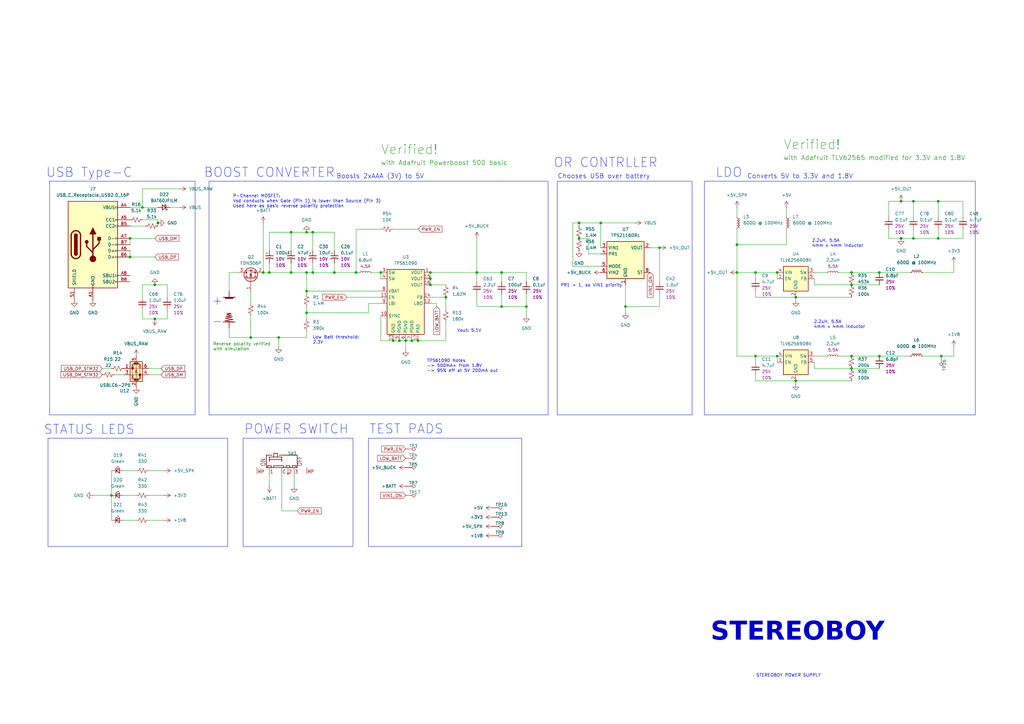
<source format=kicad_sch>
(kicad_sch (version 20250114) (generator "eeschema") (generator_version "9.0")
  (paper "A3")
  (rectangle (start 228.6 74.295) (end 283.845 170.18))
  (rectangle (start 20.32 74.295) (end 80.01 170.18))
  (rectangle (start 99.695 179.705) (end 144.78 224.155))
  (rectangle (start 151.13 179.705) (end 213.995 224.155))
  (rectangle (start 288.925 74.295) (end 400.05 170.18))
  (rectangle (start 85.725 74.295) (end 224.79 170.18))
  (rectangle (start 19.685 179.705) (end 93.345 224.155))
  (text "with Adafruit Powerboost 500 basic" (at 156.21 68.072 0) (effects (font (size 1.905 1.905)) (justify left bottom)))
  (text "Vout: 5.1V" (at 187.452 136.398 0) (effects (font (size 1.27 1.27)) (justify left bottom)))
  (text "2.2uH, 5.5A\n4mm x 4mm inductor" (at 332.994 101.6 0) (effects (font (size 1.27 1.27)) (justify left bottom)))
  (text "TEST PADS" (at 151.384 178.308 0) (effects (font (size 3.81 3.81)) (justify left bottom)))
  (text "LDO" (at 298.958 70.866 0) (effects (font (size 3.81 3.81))))
  (text "STATUS LEDS" (at 36.576 176.276 0) (effects (font (size 3.81 3.81))))
  (text "Low Batt threshold:\n2.3V" (at 128.27 141.224 0) (effects (font (size 1.27 1.27)) (justify left bottom)))
  (text "with Adafruit TLV62565 modified for 3.3V and 1.8V" (at 321.31 66.04 0) (effects (font (size 1.905 1.905)) (justify left bottom)))
  (text "STEREOBOY" (at 327.152 261.366 0) (effects (font (size 7.62 7.62) (italic yes))))
  (text "Converts 5V to 3.3V and 1.8V" (at 328.168 72.39 0) (effects (font (size 1.905 1.905))))
  (text "OR CONTRLLER" (at 248.412 66.802 0) (effects (font (size 3.81 3.81))))
  (text "PR1 = 1, so VIN1 priority" (at 229.87 117.856 0) (effects (font (size 1.27 1.27)) (justify left bottom)))
  (text "Chooses USB over battery" (at 247.65 72.39 0) (effects (font (size 1.905 1.905))))
  (text "POWER SWITCH" (at 100.076 178.308 0) (effects (font (size 3.81 3.81)) (justify left bottom)))
  (text "Reverse polarity verified\nwith simulation" (at 87.376 144.018 0) (effects (font (size 1.27 1.27)) (justify left bottom)))
  (text "Boosts 2xAAA (3V) to 5V" (at 155.956 72.39 0) (effects (font (size 1.905 1.905))))
  (text "2.2uH, 5.5A\n4mm x 4mm inductor" (at 333.756 134.874 0) (effects (font (size 1.27 1.27)) (justify left bottom)))
  (text "P-Channel MOSFET:\nVsd conducts when Gate (Pin 1) is lower than Source (Pin 3)\nUsed here as basic reverse polarity protection" (at 95.504 85.344 0) (effects (font (size 1.27 1.27)) (justify left bottom)))
  (text "USB Type-C" (at 36.576 70.866 0) (effects (font (size 3.81 3.81))))
  (text "-" (at 89.154 131.826 0) (effects (font (size 3.81 3.81))))
  (text "STEREOBOY POWER SUPPLY" (at 310.134 277.114 0) (effects (font (size 1.27 1.27)) (justify left)))
  (text "BOOST CONVERTER" (at 110.49 70.866 0) (effects (font (size 3.81 3.81))))
  (text "Verified!" (at 156.21 63.754 0) (effects (font (size 3.81 3.81)) (justify left bottom)))
  (text "+" (at 89.154 123.444 0) (effects (font (size 3.81 3.81))))
  (text "TPS61090 Notes\n-> 500mA+ from 1.8V\n-> 95% eff at 5V 200mA out" (at 175.006 152.908 0) (effects (font (size 1.27 1.27)) (justify left bottom)))
  (text "Verified!" (at 321.31 61.722 0) (effects (font (size 3.81 3.81)) (justify left bottom)))
  (junction (at 125.73 119.38))
  (junction (at 63.5 116.84))
  (junction (at 318.77 146.05))
  (junction (at 168.91 139.7))
  (junction (at 128.27 111.76))
  (junction (at 176.53 114.3))
  (junction (at 64.77 91.44))
  (junction (at 246.38 91.44))
  (junction (at 369.57 82.55))
  (junction (at 384.81 82.55))
  (junction (at 119.38 111.76))
  (junction (at 107.95 111.76))
  (junction (at 360.68 146.05))
  (junction (at 374.65 97.79))
  (junction (at 374.65 82.55))
  (junction (at 161.29 139.7))
  (junction (at 125.73 111.76))
  (junction (at 156.21 111.76))
  (junction (at 237.49 97.79))
  (junction (at 302.26 100.33))
  (junction (at 114.3 138.43))
  (junction (at 384.81 97.79))
  (junction (at 119.38 95.25))
  (junction (at 137.16 111.76))
  (junction (at 386.08 146.05))
  (junction (at 176.53 111.76))
  (junction (at 256.54 125.73))
  (junction (at 146.05 111.76))
  (junction (at 318.77 111.76))
  (junction (at 195.58 111.76))
  (junction (at 171.45 139.7))
  (junction (at 205.74 125.73))
  (junction (at 349.25 111.76))
  (junction (at 360.68 111.76))
  (junction (at 270.51 101.6))
  (junction (at 53.34 97.79))
  (junction (at 110.49 111.76))
  (junction (at 309.88 111.76))
  (junction (at 182.88 121.92))
  (junction (at 326.39 121.92))
  (junction (at 63.5 130.81))
  (junction (at 326.39 156.21))
  (junction (at 125.73 128.27))
  (junction (at 215.9 125.73))
  (junction (at 205.74 111.76))
  (junction (at 128.27 95.25))
  (junction (at 58.42 85.09))
  (junction (at 176.53 116.84))
  (junction (at 349.25 146.05))
  (junction (at 349.25 151.13))
  (junction (at 309.88 146.05))
  (junction (at 166.37 139.7))
  (junction (at 45.72 203.2))
  (junction (at 163.83 139.7))
  (junction (at 125.73 95.25))
  (junction (at 102.87 138.43))
  (junction (at 237.49 91.44))
  (junction (at 349.25 116.84))
  (junction (at 302.26 111.76))
  (junction (at 53.34 105.41))
  (junction (at 369.57 97.79))
  (wire (pts (xy 119.38 95.25) (xy 125.73 95.25)))
  (wire (pts (xy 142.24 121.92) (xy 156.21 121.92)))
  (wire (pts (xy 119.38 107.95) (xy 119.38 111.76)))
  (wire (pts (xy 68.58 130.81) (xy 68.58 127)))
  (wire (pts (xy 152.4 111.76) (xy 156.21 111.76)))
  (wire (pts (xy 125.73 119.38) (xy 156.21 119.38)))
  (wire (pts (xy 246.38 104.14) (xy 241.3 104.14)))
  (wire (pts (xy 58.42 90.17) (xy 64.77 90.17)))
  (wire (pts (xy 73.66 77.47) (xy 58.42 77.47)))
  (wire (pts (xy 45.72 193.04) (xy 45.72 203.2)))
  (wire (pts (xy 66.04 151.13) (xy 60.96 151.13)))
  (wire (pts (xy 163.83 139.7) (xy 166.37 139.7)))
  (wire (pts (xy 391.16 142.24) (xy 391.16 146.05)))
  (wire (pts (xy 58.42 116.84) (xy 63.5 116.84)))
  (wire (pts (xy 322.58 100.33) (xy 302.26 100.33)))
  (wire (pts (xy 128.27 107.95) (xy 128.27 111.76)))
  (wire (pts (xy 302.26 93.98) (xy 302.26 100.33)))
  (wire (pts (xy 73.66 85.09) (xy 69.85 85.09)))
  (wire (pts (xy 58.42 85.09) (xy 53.34 85.09)))
  (wire (pts (xy 386.08 146.05) (xy 378.46 146.05)))
  (wire (pts (xy 302.26 111.76) (xy 302.26 146.05)))
  (wire (pts (xy 66.04 153.67) (xy 60.96 153.67)))
  (wire (pts (xy 334.01 114.3) (xy 334.01 116.84)))
  (wire (pts (xy 394.97 82.55) (xy 384.81 82.55)))
  (wire (pts (xy 176.53 111.76) (xy 176.53 114.3)))
  (wire (pts (xy 137.16 95.25) (xy 137.16 102.87)))
  (wire (pts (xy 156.21 111.76) (xy 156.21 114.3)))
  (wire (pts (xy 58.42 127) (xy 58.42 130.81)))
  (wire (pts (xy 55.88 213.36) (xy 50.8 213.36)))
  (wire (pts (xy 374.65 82.55) (xy 369.57 82.55)))
  (wire (pts (xy 166.37 139.7) (xy 168.91 139.7)))
  (wire (pts (xy 63.5 130.81) (xy 68.58 130.81)))
  (wire (pts (xy 394.97 88.9) (xy 394.97 82.55)))
  (wire (pts (xy 146.05 93.98) (xy 146.05 111.76)))
  (wire (pts (xy 205.74 111.76) (xy 215.9 111.76)))
  (wire (pts (xy 63.5 105.41) (xy 53.34 105.41)))
  (wire (pts (xy 384.81 82.55) (xy 374.65 82.55)))
  (wire (pts (xy 93.98 111.76) (xy 97.79 111.76)))
  (wire (pts (xy 67.31 193.04) (xy 60.96 193.04)))
  (wire (pts (xy 237.49 91.44) (xy 246.38 91.44)))
  (wire (pts (xy 364.49 82.55) (xy 364.49 88.9)))
  (wire (pts (xy 394.97 97.79) (xy 384.81 97.79)))
  (wire (pts (xy 125.73 120.65) (xy 125.73 119.38)))
  (wire (pts (xy 246.38 91.44) (xy 260.35 91.44)))
  (wire (pts (xy 128.27 111.76) (xy 137.16 111.76)))
  (wire (pts (xy 384.81 93.98) (xy 384.81 97.79)))
  (wire (pts (xy 182.88 139.7) (xy 171.45 139.7)))
  (wire (pts (xy 334.01 148.59) (xy 334.01 151.13)))
  (wire (pts (xy 151.13 124.46) (xy 151.13 128.27)))
  (wire (pts (xy 119.38 111.76) (xy 125.73 111.76)))
  (wire (pts (xy 166.37 143.51) (xy 166.37 139.7)))
  (wire (pts (xy 270.51 101.6) (xy 266.7 101.6)))
  (wire (pts (xy 168.91 139.7) (xy 171.45 139.7)))
  (wire (pts (xy 58.42 77.47) (xy 58.42 85.09)))
  (wire (pts (xy 156.21 124.46) (xy 151.13 124.46)))
  (wire (pts (xy 64.77 91.44) (xy 64.77 92.71)))
  (wire (pts (xy 326.39 157.48) (xy 326.39 156.21)))
  (wire (pts (xy 215.9 115.57) (xy 215.9 111.76)))
  (wire (pts (xy 234.95 91.44) (xy 234.95 109.22)))
  (wire (pts (xy 270.51 125.73) (xy 256.54 125.73)))
  (wire (pts (xy 344.17 146.05) (xy 349.25 146.05)))
  (wire (pts (xy 302.26 111.76) (xy 309.88 111.76)))
  (wire (pts (xy 195.58 120.65) (xy 195.58 125.73)))
  (wire (pts (xy 151.13 128.27) (xy 125.73 128.27)))
  (wire (pts (xy 182.88 121.92) (xy 182.88 127)))
  (wire (pts (xy 349.25 151.13) (xy 360.68 151.13)))
  (wire (pts (xy 309.88 121.92) (xy 326.39 121.92)))
  (wire (pts (xy 374.65 97.79) (xy 374.65 93.98)))
  (wire (pts (xy 114.3 138.43) (xy 114.3 142.24)))
  (wire (pts (xy 364.49 93.98) (xy 364.49 97.79)))
  (wire (pts (xy 156.21 139.7) (xy 161.29 139.7)))
  (wire (pts (xy 107.95 111.76) (xy 110.49 111.76)))
  (wire (pts (xy 334.01 116.84) (xy 349.25 116.84)))
  (wire (pts (xy 119.38 95.25) (xy 119.38 102.87)))
  (wire (pts (xy 369.57 97.79) (xy 374.65 97.79)))
  (wire (pts (xy 374.65 88.9) (xy 374.65 82.55)))
  (wire (pts (xy 309.88 121.92) (xy 309.88 119.38)))
  (wire (pts (xy 179.07 125.73) (xy 179.07 124.46)))
  (wire (pts (xy 120.65 199.39) (xy 120.65 194.31)))
  (wire (pts (xy 53.34 102.87) (xy 53.34 105.41)))
  (wire (pts (xy 128.27 111.76) (xy 125.73 111.76)))
  (wire (pts (xy 63.5 97.79) (xy 53.34 97.79)))
  (wire (pts (xy 146.05 111.76) (xy 147.32 111.76)))
  (wire (pts (xy 67.31 213.36) (xy 60.96 213.36)))
  (wire (pts (xy 318.77 146.05) (xy 318.77 148.59)))
  (wire (pts (xy 67.31 203.2) (xy 60.96 203.2)))
  (wire (pts (xy 256.54 116.84) (xy 256.54 125.73)))
  (wire (pts (xy 334.01 146.05) (xy 339.09 146.05)))
  (wire (pts (xy 179.07 124.46) (xy 176.53 124.46)))
  (wire (pts (xy 110.49 95.25) (xy 119.38 95.25)))
  (wire (pts (xy 114.3 138.43) (xy 125.73 138.43)))
  (wire (pts (xy 369.57 82.55) (xy 364.49 82.55)))
  (wire (pts (xy 234.95 91.44) (xy 237.49 91.44)))
  (wire (pts (xy 302.26 85.09) (xy 302.26 88.9)))
  (wire (pts (xy 349.25 116.84) (xy 360.68 116.84)))
  (wire (pts (xy 322.58 93.98) (xy 322.58 100.33)))
  (wire (pts (xy 302.26 100.33) (xy 302.26 111.76)))
  (wire (pts (xy 195.58 111.76) (xy 195.58 115.57)))
  (wire (pts (xy 53.34 92.71) (xy 59.69 92.71)))
  (wire (pts (xy 270.51 120.65) (xy 270.51 125.73)))
  (wire (pts (xy 68.58 116.84) (xy 68.58 121.92)))
  (wire (pts (xy 246.38 109.22) (xy 234.95 109.22)))
  (wire (pts (xy 309.88 111.76) (xy 318.77 111.76)))
  (wire (pts (xy 121.92 209.55) (xy 115.57 209.55)))
  (wire (pts (xy 102.87 138.43) (xy 114.3 138.43)))
  (wire (pts (xy 309.88 148.59) (xy 309.88 146.05)))
  (wire (pts (xy 176.53 114.3) (xy 176.53 116.84)))
  (wire (pts (xy 394.97 93.98) (xy 394.97 97.79)))
  (wire (pts (xy 349.25 156.21) (xy 326.39 156.21)))
  (wire (pts (xy 128.27 95.25) (xy 137.16 95.25)))
  (wire (pts (xy 102.87 129.54) (xy 102.87 138.43)))
  (wire (pts (xy 128.27 95.25) (xy 125.73 95.25)))
  (wire (pts (xy 246.38 91.44) (xy 246.38 101.6)))
  (wire (pts (xy 237.49 91.44) (xy 237.49 92.71)))
  (wire (pts (xy 364.49 97.79) (xy 369.57 97.79)))
  (wire (pts (xy 309.88 156.21) (xy 326.39 156.21)))
  (wire (pts (xy 334.01 151.13) (xy 349.25 151.13)))
  (wire (pts (xy 176.53 111.76) (xy 195.58 111.76)))
  (wire (pts (xy 58.42 85.09) (xy 64.77 85.09)))
  (wire (pts (xy 241.3 104.14) (xy 241.3 97.79)))
  (wire (pts (xy 128.27 95.25) (xy 128.27 102.87)))
  (wire (pts (xy 309.88 114.3) (xy 309.88 111.76)))
  (wire (pts (xy 360.68 111.76) (xy 373.38 111.76)))
  (wire (pts (xy 318.77 111.76) (xy 318.77 114.3)))
  (wire (pts (xy 176.53 116.84) (xy 182.88 116.84)))
  (wire (pts (xy 156.21 93.98) (xy 146.05 93.98)))
  (wire (pts (xy 241.3 97.79) (xy 237.49 97.79)))
  (wire (pts (xy 302.26 146.05) (xy 309.88 146.05)))
  (wire (pts (xy 156.21 129.54) (xy 156.21 139.7)))
  (wire (pts (xy 176.53 121.92) (xy 182.88 121.92)))
  (wire (pts (xy 125.73 138.43) (xy 125.73 135.89)))
  (wire (pts (xy 349.25 111.76) (xy 360.68 111.76)))
  (wire (pts (xy 125.73 128.27) (xy 125.73 130.81)))
  (wire (pts (xy 195.58 97.79) (xy 195.58 111.76)))
  (wire (pts (xy 58.42 121.92) (xy 58.42 116.84)))
  (wire (pts (xy 384.81 88.9) (xy 384.81 82.55)))
  (wire (pts (xy 205.74 125.73) (xy 215.9 125.73)))
  (wire (pts (xy 391.16 107.95) (xy 391.16 111.76)))
  (wire (pts (xy 182.88 132.08) (xy 182.88 139.7)))
  (wire (pts (xy 384.81 97.79) (xy 374.65 97.79)))
  (wire (pts (xy 50.8 153.67) (xy 46.99 153.67)))
  (wire (pts (xy 110.49 102.87) (xy 110.49 95.25)))
  (wire (pts (xy 161.29 139.7) (xy 163.83 139.7)))
  (wire (pts (xy 45.72 151.13) (xy 41.91 151.13)))
  (wire (pts (xy 115.57 209.55) (xy 115.57 194.31)))
  (wire (pts (xy 107.95 91.44) (xy 107.95 111.76)))
  (wire (pts (xy 102.87 124.46) (xy 102.87 119.38)))
  (wire (pts (xy 93.98 138.43) (xy 93.98 134.62)))
  (wire (pts (xy 55.88 203.2) (xy 50.8 203.2)))
  (wire (pts (xy 270.51 101.6) (xy 270.51 115.57)))
  (wire (pts (xy 63.5 116.84) (xy 68.58 116.84)))
  (wire (pts (xy 309.88 156.21) (xy 309.88 153.67)))
  (wire (pts (xy 195.58 111.76) (xy 205.74 111.76)))
  (wire (pts (xy 344.17 111.76) (xy 349.25 111.76)))
  (wire (pts (xy 110.49 199.39) (xy 110.49 194.31)))
  (wire (pts (xy 125.73 128.27) (xy 125.73 125.73)))
  (wire (pts (xy 93.98 119.38) (xy 93.98 111.76)))
  (wire (pts (xy 53.34 97.79) (xy 53.34 100.33)))
  (wire (pts (xy 64.77 90.17) (xy 64.77 91.44)))
  (wire (pts (xy 391.16 146.05) (xy 386.08 146.05)))
  (wire (pts (xy 45.72 203.2) (xy 45.72 213.36)))
  (wire (pts (xy 205.74 115.57) (xy 205.74 111.76)))
  (wire (pts (xy 110.49 107.95) (xy 110.49 111.76)))
  (wire (pts (xy 391.16 111.76) (xy 378.46 111.76)))
  (wire (pts (xy 334.01 111.76) (xy 339.09 111.76)))
  (wire (pts (xy 38.1 203.2) (xy 45.72 203.2)))
  (wire (pts (xy 93.98 138.43) (xy 102.87 138.43)))
  (wire (pts (xy 322.58 85.09) (xy 322.58 88.9)))
  (wire (pts (xy 137.16 111.76) (xy 146.05 111.76)))
  (wire (pts (xy 205.74 125.73) (xy 205.74 120.65)))
  (wire (pts (xy 161.29 93.98) (xy 171.45 93.98)))
  (wire (pts (xy 137.16 107.95) (xy 137.16 111.76)))
  (wire (pts (xy 215.9 129.54) (xy 215.9 125.73)))
  (wire (pts (xy 360.68 146.05) (xy 373.38 146.05)))
  (wire (pts (xy 326.39 123.19) (xy 326.39 121.92)))
  (wire (pts (xy 256.54 128.27) (xy 256.54 125.73)))
  (wire (pts (xy 309.88 146.05) (xy 318.77 146.05)))
  (wire (pts (xy 195.58 125.73) (xy 205.74 125.73)))
  (wire (pts (xy 58.42 130.81) (xy 63.5 130.81)))
  (wire (pts (xy 110.49 111.76) (xy 119.38 111.76)))
  (wire (pts (xy 55.88 193.04) (xy 50.8 193.04)))
  (wire (pts (xy 349.25 146.05) (xy 360.68 146.05)))
  (wire (pts (xy 349.25 121.92) (xy 326.39 121.92)))
  (wire (pts (xy 215.9 120.65) (xy 215.9 125.73)))
  (wire (pts (xy 125.73 111.76) (xy 125.73 119.38)))
  (global_label "LOW_BATT" (shape input) (at 166.37 187.96 180) (property "Intersheetrefs" "${INTERSHEET_REFS}" (effects (hide yes))))
  (global_label "USB_DP" (shape input) (at 63.5 105.41 0) (property "Intersheetrefs" "${INTERSHEET_REFS}" (effects (hide yes))))
  (global_label "USB_DP_STM32" (shape input) (at 41.91 151.13 180) (property "Intersheetrefs" "${INTERSHEET_REFS}" (effects (hide yes))))
  (global_label "USB_DM" (shape input) (at 66.04 153.67 0) (property "Intersheetrefs" "${INTERSHEET_REFS}" (effects (hide yes))))
  (global_label "USB_DM" (shape input) (at 63.5 97.79 0) (property "Intersheetrefs" "${INTERSHEET_REFS}" (effects (hide yes))))
  (global_label "USB_DP" (shape input) (at 66.04 151.13 0) (property "Intersheetrefs" "${INTERSHEET_REFS}" (effects (hide yes))))
  (global_label "PWR_EN" (shape input) (at 171.45 93.98 0) (property "Intersheetrefs" "${INTERSHEET_REFS}" (effects (hide yes))))
  (global_label "VIN1_ON" (shape input) (at 266.7 111.76 270) (property "Intersheetrefs" "${INTERSHEET_REFS}" (effects (hide yes))))
  (global_label "PWR_EN" (shape input) (at 166.37 184.15 180) (property "Intersheetrefs" "${INTERSHEET_REFS}" (effects (hide yes))))
  (global_label "LOW_BATT" (shape input) (at 179.07 125.73 270) (property "Intersheetrefs" "${INTERSHEET_REFS}" (effects (hide yes))))
  (global_label "PWR_EN" (shape input) (at 142.24 121.92 180) (property "Intersheetrefs" "${INTERSHEET_REFS}" (effects (hide yes))))
  (global_label "USB_DM_STM32" (shape input) (at 41.91 153.67 180) (property "Intersheetrefs" "${INTERSHEET_REFS}" (effects (hide yes))))
  (global_label "VIN1_ON" (shape input) (at 166.37 203.2 180) (property "Intersheetrefs" "${INTERSHEET_REFS}" (effects (hide yes))))
  (global_label "PWR_EN" (shape input) (at 121.92 209.55 0) (property "Intersheetrefs" "${INTERSHEET_REFS}" (effects (hide yes))))
  (symbol (lib_id "power:+5V") (at 302.26 85.09 0) (unit 1)
    (property "Reference" "#PWR0113" (effects (hide yes)))
    (property "Value" "+5V_SPK" (at 302.26 80.01 0))
    (property "Description" "Power symbol creates a global label with name \"+5V\"" (effects (hide yes)))
  )
  (symbol (lib_id "power:GND") (at 237.49 102.87 0) (unit 1)
    (property "Reference" "#PWR0135" (effects (hide yes)))
    (property "Value" "GND" (at 237.49 107.95 0))
    (property "Description" "Power symbol creates a global label with name \"GND\" , ground" (effects (hide yes)))
  )
  (symbol (lib_name "1.0uF_0805_25V_10%_1") (lib_id "SparkFun-Capacitor:1.0uF_0805_25V_10%") (at 215.9 118.11 0) (unit 1)
    (property "Reference" "C8" (at 218.44 114.3062 0) (effects (justify left)))
    (property "Value" "0.1uF" (at 218.44 116.8462 0) (effects (justify left)))
    (property "Footprint" "SparkFun-Capacitor:C_1206_3216Metric" (effects (hide yes)))
    (property "Datasheet" "https://cdn.sparkfun.com/assets/8/a/4/a/5/Kemet_Capacitor_Datasheet.pdf" (effects (hide yes)))
    (property "Description" "Unpolarized capacitor" (effects (hide yes)))
    (property "PROD_ID" "CAP-08064" (effects (hide yes)))
    (property "Voltage" "25V" (at 218.44 119.3862 0) (effects (justify left)))
    (property "Tolerance" "10%" (at 218.44 121.9262 0) (effects (justify left)))
  )
  (symbol (lib_id "power:+BATT") (at 166.37 199.39 90) (unit 1)
    (property "Reference" "#PWR0126" (effects (hide yes)))
    (property "Value" "+BATT" (at 162.56 199.39 90) (effects (justify left)))
    (property "Description" "Power symbol creates a global label with name \"+BATT\"" (effects (hide yes)))
  )
  (symbol (lib_id "SparkFun-Resistor:1k_0603") (at 182.88 119.38 270) (unit 1)
    (property "Reference" "R4" (at 185.42 118.1099 90) (effects (justify left)))
    (property "Value" "1.62M" (at 185.42 120.6499 90) (effects (justify left)))
    (property "Footprint" "Resistor_SMD:R_0402_1005Metric" (effects (hide yes)))
    (property "Datasheet" "https://www.vishay.com/docs/20035/dcrcwe3.pdf" (effects (hide yes)))
    (property "Description" "Resistor" (effects (hide yes)))
    (property "PROD_ID" "RES-07856" (effects (hide yes)))
  )
  (symbol (lib_id "power:VBUS") (at 55.88 146.05 0) (unit 1)
    (property "Reference" "#PWR0108" (effects (hide yes)))
    (property "Value" "VBUS_RAW" (at 55.88 140.97 0))
    (property "Description" "Power symbol creates a global label with name \"VBUS\"" (effects (hide yes)))
  )
  (symbol (lib_id "SparkFun-Resistor:1k_0603") (at 102.87 127 90) (unit 1)
    (property "Reference" "R44" (at 105.41 125.73 90) (effects (justify right)))
    (property "Value" "100k" (at 105.41 128.27 90) (effects (justify right)))
    (property "Footprint" "SparkFun-Resistor:R_0805_2012Metric" (effects (hide yes)))
    (property "Datasheet" "https://www.vishay.com/docs/20035/dcrcwe3.pdf" (effects (hide yes)))
    (property "Description" "Resistor" (effects (hide yes)))
    (property "PROD_ID" "RES-07856" (effects (hide yes)))
  )
  (symbol (lib_id "Power_Protection:USBLC6-2P6") (at 55.88 151.13 0) (unit 1)
    (property "Reference" "U12" (at 51.054 160.274 0))
    (property "Value" "USBLC6-2P6" (at 47.244 157.988 0))
    (property "Footprint" "Package_TO_SOT_SMD:SOT-666" (effects (hide yes)))
    (property "Datasheet" "https://www.st.com/resource/en/datasheet/usblc6-2.pdf" (effects (hide yes)))
    (property "Description" "Very low capacitance ESD protection diode, 2 data-line, SOT-666" (effects (hide yes)))
  )
  (symbol (lib_id "power:+5V") (at 369.57 82.55 0) (unit 1)
    (property "Reference" "#PWR077" (effects (hide yes)))
    (property "Value" "+5V_OUT" (at 369.57 77.47 0))
    (property "Description" "Power symbol creates a global label with name \"+5V\"" (effects (hide yes)))
  )
  (symbol (lib_id "power:+5V") (at 201.93 208.28 90) (unit 1)
    (property "Reference" "#PWR0144" (effects (hide yes)))
    (property "Value" "+5V" (at 198.12 208.28 90) (effects (justify left)))
    (property "Description" "Power symbol creates a global label with name \"+5V\"" (effects (hide yes)))
  )
  (symbol (lib_id "power:GND") (at 30.48 123.19 0) (unit 1)
    (property "Reference" "#PWR060" (effects (hide yes)))
    (property "Value" "GND" (at 30.48 128.27 0))
    (property "Description" "Power symbol creates a global label with name \"GND\" , ground" (effects (hide yes)))
  )
  (symbol (lib_id "power:+5V") (at 195.58 97.79 0) (unit 1)
    (property "Reference" "#PWR010" (effects (hide yes)))
    (property "Value" "+5V_BUCK" (at 195.58 92.71 0))
    (property "Description" "Power symbol creates a global label with name \"+5V\"" (effects (hide yes)))
  )
  (symbol (lib_id "SparkFun-Resistor:1k_0603") (at 349.25 114.3 270) (unit 1)
    (property "Reference" "R35" (at 351.79 113.0299 90) (effects (justify left)))
    (property "Value" "453k" (at 351.79 115.5699 90) (effects (justify left)))
    (property "Footprint" "SparkFun-Resistor:R_0603_1608Metric" (effects (hide yes)))
    (property "Datasheet" "https://www.vishay.com/docs/20035/dcrcwe3.pdf" (effects (hide yes)))
    (property "Description" "Resistor" (effects (hide yes)))
    (property "PROD_ID" "RES-07856" (effects (hide yes)))
  )
  (symbol (lib_id "power:+5V") (at 246.38 111.76 90) (unit 1)
    (property "Reference" "#PWR01" (effects (hide yes)))
    (property "Value" "+5V_BUCK" (at 242.57 111.76 90) (effects (justify left)))
    (property "Description" "Power symbol creates a global label with name \"+5V\"" (effects (hide yes)))
  )
  (symbol (lib_id "power:GND") (at 38.1 123.19 0) (unit 1)
    (property "Reference" "#PWR035" (effects (hide yes)))
    (property "Value" "GND" (at 38.1 128.27 0))
    (property "Description" "Power symbol creates a global label with name \"GND\" , ground" (effects (hide yes)))
  )
  (symbol (lib_id "power:+5V") (at 67.31 193.04 270) (unit 1)
    (property "Reference" "#PWR0136" (effects (hide yes)))
    (property "Value" "+5V_SPK" (at 71.12 193.04 90) (effects (justify left)))
    (property "Description" "Power symbol creates a global label with name \"+5V\"" (effects (hide yes)))
  )
  (symbol (lib_id "SparkFun-Resistor:33_0603") (at 58.42 193.04 0) (unit 1)
    (property "Reference" "R41" (at 58.42 186.69 0))
    (property "Value" "330" (at 58.42 189.23 0))
    (property "Footprint" "SparkFun-Resistor:R_0402_1005Metric" (effects (hide yes)))
    (property "Datasheet" "https://www.vishay.com/docs/20035/dcrcwe3.pdf" (effects (hide yes)))
    (property "Description" "Resistor" (effects (hide yes)))
    (property "PROD_ID" "RES-08270" (effects (hide yes)))
  )
  (symbol (lib_id "SparkFun-Capacitor:47uF_3528_10V_10%") (at 110.49 105.41 0) (unit 1)
    (property "Reference" "C1" (at 113.03 101.1681 0) (effects (justify left)))
    (property "Value" "100uF" (at 113.03 103.7081 0) (effects (justify left)))
    (property "Footprint" "Capacitor_Tantalum_SMD:CP_EIA-7343-15_Kemet-W_HandSolder" (effects (hide yes)))
    (property "Datasheet" "https://www.vishay.com/docs/40002/293d.pdf" (effects (hide yes)))
    (property "Description" "Polarized tantalum capacitor" (effects (hide yes)))
    (property "PROD_ID" "CAP-08310" (effects (hide yes)))
    (property "Voltage" "10V" (at 113.03 106.2481 0) (effects (justify left)))
    (property "Tolerance" "10%" (at 113.03 108.7881 0) (effects (justify left)))
  )
  (symbol (lib_id "power:GND") (at 114.3 142.24 0) (unit 1)
    (property "Reference" "#PWR06" (effects (hide yes)))
    (property "Value" "GND" (at 114.3 147.32 0))
    (property "Description" "Power symbol creates a global label with name \"GND\" , ground" (effects (hide yes)))
  )
  (symbol (lib_id "Regulator_Switching:TLV62569DBV") (at 326.39 114.3 0) (unit 1)
    (property "Reference" "U4" (at 326.39 104.14 0))
    (property "Value" "TLV62569DBV" (at 326.39 106.68 0))
    (property "Footprint" "Package_TO_SOT_SMD:SOT-23-5" (effects (hide yes)))
    (property "Datasheet" "http://www.ti.com/lit/ds/symlink/tlv62569.pdf" (effects (hide yes)))
    (property "Description" "High Efficiency Synchronous Buck Converter, Adjustable Output 0.6V-5.5V, 2A, SOT-23-5" (effects (hide yes)))
  )
  (symbol (lib_id "SparkFun-Coil:Ferrite_600Ohm_0805_500mA") (at 322.58 91.44 270) (unit 1)
    (property "Reference" "L7" (at 325.12 88.9 90) (effects (justify left)))
    (property "Value" "600Ω @ 100MHz" (at 325.12 91.44 90) (effects (justify left)))
    (property "Footprint" "Inductor_SMD:L_0603_1608Metric" (effects (hide yes)))
    (property "Datasheet" "https://www.laird.com/sites/default/files/hz0805e601r-10-datasheet.pdf" (effects (hide yes)))
    (property "Description" "Inductor" (effects (hide yes)))
    (property "PROD_ID" "NDUC-25563" (effects (hide yes)))
  )
  (symbol (lib_name "1.0uF_0805_25V_10%_1") (lib_id "SparkFun-Capacitor:1.0uF_0805_25V_10%") (at 364.49 91.44 0) (unit 1)
    (property "Reference" "C77" (at 367.03 87.6362 0) (effects (justify left)))
    (property "Value" "0.1uF" (at 367.03 90.1762 0) (effects (justify left)))
    (property "Footprint" "SparkFun-Capacitor:C_1206_3216Metric" (effects (hide yes)))
    (property "Datasheet" "https://cdn.sparkfun.com/assets/8/a/4/a/5/Kemet_Capacitor_Datasheet.pdf" (effects (hide yes)))
    (property "Description" "Unpolarized capacitor" (effects (hide yes)))
    (property "PROD_ID" "CAP-08064" (effects (hide yes)))
    (property "Voltage" "25V" (at 367.03 92.7162 0) (effects (justify left)))
    (property "Tolerance" "10%" (at 367.03 95.2562 0) (effects (justify left)))
  )
  (symbol (lib_name "1.0uF_0805_25V_10%_1") (lib_id "SparkFun-Capacitor:1.0uF_0805_25V_10%") (at 374.65 91.44 0) (unit 1)
    (property "Reference" "C78" (at 377.19 87.6362 0) (effects (justify left)))
    (property "Value" "0.1uF" (at 377.19 90.1762 0) (effects (justify left)))
    (property "Footprint" "SparkFun-Capacitor:C_1206_3216Metric" (effects (hide yes)))
    (property "Datasheet" "https://cdn.sparkfun.com/assets/8/a/4/a/5/Kemet_Capacitor_Datasheet.pdf" (effects (hide yes)))
    (property "Description" "Unpolarized capacitor" (effects (hide yes)))
    (property "PROD_ID" "CAP-08064" (effects (hide yes)))
    (property "Voltage" "25V" (at 377.19 92.7162 0) (effects (justify left)))
    (property "Tolerance" "10%" (at 377.19 95.2562 0) (effects (justify left)))
  )
  (symbol (lib_id "SparkFun-Resistor:33_0603") (at 58.42 203.2 0) (unit 1)
    (property "Reference" "R42" (at 58.42 196.85 0))
    (property "Value" "330" (at 58.42 199.39 0))
    (property "Footprint" "SparkFun-Resistor:R_0402_1005Metric" (effects (hide yes)))
    (property "Datasheet" "https://www.vishay.com/docs/20035/dcrcwe3.pdf" (effects (hide yes)))
    (property "Description" "Resistor" (effects (hide yes)))
    (property "PROD_ID" "RES-08270" (effects (hide yes)))
  )
  (symbol (lib_id "power:+1V8") (at 391.16 142.24 0) (unit 1)
    (property "Reference" "#PWR027" (effects (hide yes)))
    (property "Value" "+1V8" (at 391.16 137.16 0))
    (property "Description" "Power symbol creates a global label with name \"+1V8\"" (effects (hide yes)))
  )
  (symbol (lib_id "Connector:TestPoint_Alt") (at 201.93 215.9 270) (unit 1)
    (property "Reference" "TP8" (at 203.2 214.63 90) (effects (justify left)))
    (property "Value" "TestPoint_Alt" (effects (hide yes)))
    (property "Footprint" "TestPoint:TestPoint_Pad_1.5x1.5mm" (effects (hide yes)))
    (property "Description" "test point (alternative shape)" (effects (hide yes)))
  )
  (symbol (lib_id "SparkFun-Resistor:1k_0603") (at 237.49 100.33 270) (unit 1)
    (property "Reference" "R56" (at 240.03 99.0599 90) (effects (justify left)))
    (property "Value" "1.4M" (at 240.03 101.5999 90) (effects (justify left)))
    (property "Footprint" "SparkFun-Resistor:R_0402_1005Metric" (effects (hide yes)))
    (property "Datasheet" "https://www.vishay.com/docs/20035/dcrcwe3.pdf" (effects (hide yes)))
    (property "Description" "Resistor" (effects (hide yes)))
    (property "PROD_ID" "RES-07856" (effects (hide yes)))
  )
  (symbol (lib_name "1.0uF_0805_25V_10%_1") (lib_id "SparkFun-Capacitor:1.0uF_0805_25V_10%") (at 384.81 91.44 0) (unit 1)
    (property "Reference" "C80" (at 387.35 87.6362 0) (effects (justify left)))
    (property "Value" "0.1uF" (at 387.35 90.1762 0) (effects (justify left)))
    (property "Footprint" "SparkFun-Capacitor:C_1206_3216Metric" (effects (hide yes)))
    (property "Datasheet" "https://cdn.sparkfun.com/assets/8/a/4/a/5/Kemet_Capacitor_Datasheet.pdf" (effects (hide yes)))
    (property "Description" "Unpolarized capacitor" (effects (hide yes)))
    (property "PROD_ID" "CAP-08064" (effects (hide yes)))
    (property "Voltage" "25V" (at 387.35 92.7162 0) (effects (justify left)))
    (property "Tolerance" "10%" (at 387.35 95.2562 0) (effects (justify left)))
  )
  (symbol (lib_id "power:+5V") (at 201.93 219.71 90) (unit 1)
    (property "Reference" "#PWR0104" (effects (hide yes)))
    (property "Value" "+1V8" (at 198.12 219.71 90) (effects (justify left)))
    (property "Description" "Power symbol creates a global label with name \"+5V\"" (effects (hide yes)))
  )
  (symbol (lib_id "power:+5V") (at 166.37 191.77 90) (unit 1)
    (property "Reference" "#PWR0125" (effects (hide yes)))
    (property "Value" "+5V_BUCK" (at 162.56 191.77 90) (effects (justify left)))
    (property "Description" "Power symbol creates a global label with name \"+5V\"" (effects (hide yes)))
  )
  (symbol (lib_id "power:VBUS") (at 63.5 130.81 180) (unit 1)
    (property "Reference" "#PWR098" (effects (hide yes)))
    (property "Value" "VBUS_RAW" (at 63.5 135.89 0))
    (property "Description" "Power symbol creates a global label with name \"VBUS\"" (effects (hide yes)))
  )
  (symbol (lib_id "MGBC-MBL-01_2_1-eagle-import:MGB+BATTERY4") (at 93.98 121.92 270) (unit 1)
    (property "Reference" "+0" (effects (hide yes)))
    (property "Value" "MGB+BATTERY4" (effects (hide yes)))
    (property "Footprint" "MGBC-MBL-01_2_1:MGB+BATTERY4" (effects (hide yes)))
  )
  (symbol (lib_id "SparkFun-Coil:6.8uH_7.3x6.6mm_4.5A") (at 149.86 111.76 0) (unit 1)
    (property "Reference" "L1" (at 149.86 104.14 0))
    (property "Value" "6.8uH" (at 149.86 106.68 0))
    (property "Footprint" "SparkFun-Coil:Inductor_7.3x6.6mm" (effects (hide yes)))
    (property "Datasheet" "https://productfinder.pulseelectronics.com/api/open/part-attachments/datasheet/BMRA000606306R8MA1" (effects (hide yes)))
    (property "Description" "Inductor" (effects (hide yes)))
    (property "PROD_ID" "NDUC-17223" (effects (hide yes)))
    (property "Current" "4.5A" (at 149.86 109.22 0))
  )
  (symbol (lib_id "SparkFun-Resistor:1k_0603") (at 349.25 119.38 270) (unit 1)
    (property "Reference" "R36" (at 351.79 118.1099 90) (effects (justify left)))
    (property "Value" "100k" (at 351.79 120.6499 90) (effects (justify left)))
    (property "Footprint" "SparkFun-Resistor:R_0603_1608Metric" (effects (hide yes)))
    (property "Datasheet" "https://www.vishay.com/docs/20035/dcrcwe3.pdf" (effects (hide yes)))
    (property "Description" "Resistor" (effects (hide yes)))
    (property "PROD_ID" "RES-07856" (effects (hide yes)))
  )
  (symbol (lib_id "MGBC-MBL-01_2_1-eagle-import:MGB-BATTERY4") (at 93.98 132.08 90) (unit 1)
    (property "Reference" "-0" (effects (hide yes)))
    (property "Value" "MGB-BATTERY4" (effects (hide yes)))
    (property "Footprint" "MGBC-MBL-01_2_1:MGB-BATTERY4" (effects (hide yes)))
  )
  (symbol (lib_id "power:+5V") (at 322.58 85.09 0) (unit 1)
    (property "Reference" "#PWR084" (effects (hide yes)))
    (property "Value" "+5V" (at 322.58 80.01 0))
    (property "Description" "Power symbol creates a global label with name \"+5V\"" (effects (hide yes)))
  )
  (symbol (lib_id "SparkFun-Capacitor:47uF_3528_10V_10%") (at 128.27 105.41 0) (unit 1)
    (property "Reference" "C30" (at 130.81 101.1681 0) (effects (justify left)))
    (property "Value" "10uF" (at 130.81 103.7081 0) (effects (justify left)))
    (property "Footprint" "Capacitor_Tantalum_SMD:CP_EIA-6032-20_AVX-F" (effects (hide yes)))
    (property "Datasheet" "https://www.vishay.com/docs/40002/293d.pdf" (effects (hide yes)))
    (property "Description" "Polarized tantalum capacitor" (effects (hide yes)))
    (property "PROD_ID" "CAP-08310" (effects (hide yes)))
    (property "Voltage" "10V" (at 130.81 106.2481 0) (effects (justify left)))
    (property "Tolerance" "10%" (at 130.81 108.7881 0) (effects (justify left)))
  )
  (symbol (lib_id "Connector:TestPoint_Alt") (at 166.37 203.2 270) (unit 1)
    (property "Reference" "TP17" (at 167.64 201.93 90) (effects (justify left)))
    (property "Value" "TestPoint_Alt" (effects (hide yes)))
    (property "Footprint" "TestPoint:TestPoint_Pad_1.5x1.5mm" (effects (hide yes)))
    (property "Description" "test point (alternative shape)" (effects (hide yes)))
  )
  (symbol (lib_id "SparkFun-Coil:Ferrite_600Ohm_0805_500mA") (at 375.92 111.76 0) (unit 1)
    (property "Reference" "L2" (at 375.92 105.156 0))
    (property "Value" "600Ω @ 100MHz" (at 375.92 107.696 0))
    (property "Footprint" "Capacitor_SMD:C_0603_1608Metric" (effects (hide yes)))
    (property "Datasheet" "https://www.laird.com/sites/default/files/hz0805e601r-10-datasheet.pdf" (effects (hide yes)))
    (property "Description" "Inductor" (effects (hide yes)))
    (property "PROD_ID" "NDUC-25563" (effects (hide yes)))
  )
  (symbol (lib_id "power:VBUS") (at 260.35 91.44 270) (unit 1)
    (property "Reference" "#PWR0111" (effects (hide yes)))
    (property "Value" "VBUS" (at 264.16 91.44 90) (effects (justify left)))
    (property "Description" "Power symbol creates a global label with name \"VBUS\"" (effects (hide yes)))
  )
  (symbol (lib_id "power:GND") (at 120.65 199.39 0) (unit 1)
    (property "Reference" "#PWR0157" (effects (hide yes)))
    (property "Value" "GND" (at 120.65 204.47 0))
    (property "Description" "Power symbol creates a global label with name \"GND\" , ground" (effects (hide yes)))
  )
  (symbol (lib_id "Connector:TestPoint_Alt") (at 201.93 212.09 270) (unit 1)
    (property "Reference" "TP13" (at 203.2 210.82 90) (effects (justify left)))
    (property "Value" "TestPoint_Alt" (effects (hide yes)))
    (property "Footprint" "TestPoint:TestPoint_Pad_1.5x1.5mm" (effects (hide yes)))
    (property "Description" "test point (alternative shape)" (effects (hide yes)))
  )
  (symbol (lib_id "SparkFun-Capacitor:47uF_3528_10V_10%") (at 119.38 105.41 0) (unit 1)
    (property "Reference" "C2" (at 121.92 101.1682 0) (effects (justify left)))
    (property "Value" "47uF" (at 121.92 103.7082 0) (effects (justify left)))
    (property "Footprint" "Capacitor_Tantalum_SMD:CP_EIA-7343-15_Kemet-W_HandSolder" (effects (hide yes)))
    (property "Datasheet" "https://www.vishay.com/docs/40002/293d.pdf" (effects (hide yes)))
    (property "Description" "Polarized tantalum capacitor" (effects (hide yes)))
    (property "PROD_ID" "CAP-08310" (effects (hide yes)))
    (property "Voltage" "10V" (at 121.92 106.2482 0) (effects (justify left)))
    (property "Tolerance" "10%" (at 121.92 108.7882 0) (effects (justify left)))
  )
  (symbol (lib_id "power:+5V") (at 201.93 215.9 90) (unit 1)
    (property "Reference" "#PWR089" (effects (hide yes)))
    (property "Value" "+5V_SPK" (at 198.12 215.9 90) (effects (justify left)))
    (property "Description" "Power symbol creates a global label with name \"+5V\"" (effects (hide yes)))
  )
  (symbol (lib_id "power:VBUS") (at 73.66 85.09 270) (unit 1)
    (property "Reference" "#PWR0110" (effects (hide yes)))
    (property "Value" "VBUS" (at 77.47 85.09 90) (effects (justify left)))
    (property "Description" "Power symbol creates a global label with name \"VBUS\"" (effects (hide yes)))
  )
  (symbol (lib_id "SparkFun-Resistor:1k_0603") (at 349.25 148.59 270) (unit 1)
    (property "Reference" "R37" (at 351.79 147.3199 90) (effects (justify left)))
    (property "Value" "200k" (at 351.79 149.8599 90) (effects (justify left)))
    (property "Footprint" "SparkFun-Resistor:R_0603_1608Metric" (effects (hide yes)))
    (property "Datasheet" "https://www.vishay.com/docs/20035/dcrcwe3.pdf" (effects (hide yes)))
    (property "Description" "Resistor" (effects (hide yes)))
    (property "PROD_ID" "RES-07856" (effects (hide yes)))
  )
  (symbol (lib_id "SparkFun-Resistor:1k_0603") (at 125.73 123.19 270) (unit 1)
    (property "Reference" "R1" (at 128.27 121.9199 90) (effects (justify left)))
    (property "Value" "1.4M" (at 128.27 124.4599 90) (effects (justify left)))
    (property "Footprint" "Resistor_SMD:R_0603_1608Metric" (effects (hide yes)))
    (property "Datasheet" "https://www.vishay.com/docs/20035/dcrcwe3.pdf" (effects (hide yes)))
    (property "Description" "Resistor" (effects (hide yes)))
    (property "PROD_ID" "RES-07856" (effects (hide yes)))
  )
  (symbol (lib_name "1.0uF_0805_25V_10%_1") (lib_id "SparkFun-Capacitor:1.0uF_0805_25V_10%") (at 360.68 114.3 0) (unit 1)
    (property "Reference" "C10" (at 363.22 110.4962 0) (effects (justify left)))
    (property "Value" "6.8pF" (at 363.22 113.0362 0) (effects (justify left)))
    (property "Footprint" "SparkFun-Capacitor:C_0805_2012Metric" (effects (hide yes)))
    (property "Datasheet" "https://cdn.sparkfun.com/assets/8/a/4/a/5/Kemet_Capacitor_Datasheet.pdf" (effects (hide yes)))
    (property "Description" "Unpolarized capacitor" (effects (hide yes)))
    (property "PROD_ID" "CAP-08064" (effects (hide yes)))
    (property "Voltage" "25V" (at 363.22 115.5762 0) (effects (justify left)))
    (property "Tolerance" "10%" (at 363.22 118.1162 0) (effects (justify left)))
  )
  (symbol (lib_id "Connector:TestPoint_Alt") (at 201.93 219.71 270) (unit 1)
    (property "Reference" "TP9" (at 203.2 218.44 90) (effects (justify left)))
    (property "Value" "TestPoint_Alt" (effects (hide yes)))
    (property "Footprint" "TestPoint:TestPoint_Pad_1.5x1.5mm" (effects (hide yes)))
    (property "Description" "test point (alternative shape)" (effects (hide yes)))
  )
  (symbol (lib_id "SparkFun-Capacitor:47uF_3528_10V_10%") (at 137.16 105.41 0) (unit 1)
    (property "Reference" "C28" (at 139.7 101.1681 0) (effects (justify left)))
    (property "Value" "0.1uF" (at 139.7 103.7081 0) (effects (justify left)))
    (property "Footprint" "Capacitor_Tantalum_SMD:CP_EIA-6032-20_AVX-F" (effects (hide yes)))
    (property "Datasheet" "https://www.vishay.com/docs/40002/293d.pdf" (effects (hide yes)))
    (property "Description" "Polarized tantalum capacitor" (effects (hide yes)))
    (property "PROD_ID" "CAP-08310" (effects (hide yes)))
    (property "Voltage" "10V" (at 139.7 106.2481 0) (effects (justify left)))
    (property "Tolerance" "10%" (at 139.7 108.7881 0) (effects (justify left)))
  )
  (symbol (lib_id "SparkFun-Resistor:1k_0603") (at 55.88 90.17 0) (unit 1)
    (property "Reference" "R16" (at 55.88 83.82 0))
    (property "Value" "5.1k" (at 55.88 86.36 0))
    (property "Footprint" "SparkFun-Resistor:R_0603_1608Metric" (effects (hide yes)))
    (property "Datasheet" "https://www.vishay.com/docs/20035/dcrcwe3.pdf" (effects (hide yes)))
    (property "Description" "Resistor" (effects (hide yes)))
    (property "PROD_ID" "RES-07856" (effects (hide yes)))
  )
  (symbol (lib_id "power:GND") (at 369.57 97.79 0) (unit 1)
    (property "Reference" "#PWR092" (effects (hide yes)))
    (property "Value" "GND" (at 369.57 102.87 0))
    (property "Description" "Power symbol creates a global label with name \"GND\" , ground" (effects (hide yes)))
  )
  (symbol (lib_id "SparkFun-Resistor:27_0603") (at 44.45 153.67 0) (unit 1)
    (property "Reference" "R15" (at 44.45 147.32 0))
    (property "Value" "22" (at 44.45 149.86 0))
    (property "Footprint" "Capacitor_SMD:C_0402_1005Metric" (effects (hide yes)))
    (property "Datasheet" "https://www.vishay.com/docs/20035/dcrcwe3.pdf" (effects (hide yes)))
    (property "Description" "Resistor" (effects (hide yes)))
    (property "PROD_ID" "RES-09334" (effects (hide yes)))
  )
  (symbol (lib_id "power:GND") (at 326.39 157.48 0) (unit 1)
    (property "Reference" "#PWR014" (effects (hide yes)))
    (property "Value" "GND" (at 326.39 162.56 0))
    (property "Description" "Power symbol creates a global label with name \"GND\" , ground" (effects (hide yes)))
  )
  (symbol (lib_id "MGBC-MBL-01_2_1-eagle-import:MGB-SW1") (at 110.49 186.69 0) (unit 1)
    (property "Reference" "SW3" (at 118.11 186.69 0) (effects (font (size 1.27 1.0795)) (justify left bottom)))
    (property "Value" "MGB-SW1" (effects (hide yes)))
    (property "Footprint" "MIN_WORKS:GBP_Power_Switch" (effects (hide yes)))
  )
  (symbol (lib_id "power:VBUS") (at 73.66 77.47 270) (unit 1)
    (property "Reference" "#PWR097" (effects (hide yes)))
    (property "Value" "VBUS_RAW" (at 77.47 77.47 90) (effects (justify left)))
    (property "Description" "Power symbol creates a global label with name \"VBUS\"" (effects (hide yes)))
  )
  (symbol (lib_id "SparkFun-LED:LED_Green_0603") (at 48.26 213.36 0) (unit 1)
    (property "Reference" "D21" (at 48.3235 207.01 0))
    (property "Value" "Green" (at 48.3235 209.55 0))
    (property "Footprint" "SparkFun-LED:LED_0603_1608Metric_Green" (effects (hide yes)))
    (property "Datasheet" "https://docs.broadcom.com/docs/AV02-0551EN" (effects (hide yes)))
    (property "Description" "Light emitting diode" (effects (hide yes)))
    (property "PROD_ID" "DIO-00821" (effects (hide yes)))
  )
  (symbol (lib_id "SparkFun-Coil:Ferrite_600Ohm_0805_500mA") (at 302.26 91.44 270) (unit 1)
    (property "Reference" "L3" (at 304.8 88.9 90) (effects (justify left)))
    (property "Value" "600Ω @ 100MHz" (at 304.8 91.44 90) (effects (justify left)))
    (property "Footprint" "Inductor_SMD:L_0603_1608Metric" (effects (hide yes)))
    (property "Datasheet" "https://www.laird.com/sites/default/files/hz0805e601r-10-datasheet.pdf" (effects (hide yes)))
    (property "Description" "Inductor" (effects (hide yes)))
    (property "PROD_ID" "NDUC-25563" (effects (hide yes)))
  )
  (symbol (lib_id "SparkFun-Coil:10uH_0805_0.35A") (at 341.63 146.05 0) (unit 1)
    (property "Reference" "L5" (at 341.63 138.43 0))
    (property "Value" "2.2uH" (at 341.63 140.97 0))
    (property "Footprint" "Inductor_SMD:L_APV_ANR4020" (effects (hide yes)))
    (property "Datasheet" "https://product.tdk.com/en/system/files?file=dam/doc/product/inductor/inductor/smd/catalog/inductor_commercial_decoupling_mlz2012_en.pdf" (effects (hide yes)))
    (property "Description" "Inductor" (effects (hide yes)))
    (property "PROD_ID" " XAL4020-222ME" (effects (hide yes)))
    (property "Current" "5.5A" (at 341.63 143.51 0))
  )
  (symbol (lib_id "Connector:TestPoint_Alt") (at 386.08 146.05 180) (unit 1)
    (property "Reference" "TP26" (at 387.35 147.32 90) (effects (justify left)))
    (property "Value" "TestPoint_Alt" (effects (hide yes)))
    (property "Footprint" "TestPoint:TestPoint_Pad_D1.0mm" (effects (hide yes)))
    (property "Description" "test point (alternative shape)" (effects (hide yes)))
  )
  (symbol (lib_id "SparkFun-Resistor:1k_0603") (at 237.49 95.25 270) (unit 1)
    (property "Reference" "R55" (at 240.03 93.9799 90) (effects (justify left)))
    (property "Value" "1.4M" (at 240.03 96.5199 90) (effects (justify left)))
    (property "Footprint" "SparkFun-Resistor:R_0402_1005Metric" (effects (hide yes)))
    (property "Datasheet" "https://www.vishay.com/docs/20035/dcrcwe3.pdf" (effects (hide yes)))
    (property "Description" "Resistor" (effects (hide yes)))
    (property "PROD_ID" "RES-07856" (effects (hide yes)))
  )
  (symbol (lib_id "power:+3V3") (at 391.16 107.95 0) (unit 1)
    (property "Reference" "#PWR013" (effects (hide yes)))
    (property "Value" "+3V3" (at 391.16 102.87 0))
    (property "Description" "Power symbol creates a global label with name \"+3V3\"" (effects (hide yes)))
  )
  (symbol (lib_id "Connector:TestPoint_Alt") (at 166.37 187.96 270) (unit 1)
    (property "Reference" "TP4" (at 167.64 186.69 90) (effects (justify left)))
    (property "Value" "TestPoint_Alt" (effects (hide yes)))
    (property "Footprint" "TestPoint:TestPoint_Pad_1.5x1.5mm" (effects (hide yes)))
    (property "Description" "test point (alternative shape)" (effects (hide yes)))
  )
  (symbol (lib_id "Connector:TestPoint_Alt") (at 166.37 191.77 270) (unit 1)
    (property "Reference" "TP5" (at 167.64 190.5 90) (effects (justify left)))
    (property "Value" "TestPoint_Alt" (effects (hide yes)))
    (property "Footprint" "TestPoint:TestPoint_Pad_1.5x1.5mm" (effects (hide yes)))
    (property "Description" "test point (alternative shape)" (effects (hide yes)))
  )
  (symbol (lib_name "1.0uF_0805_25V_10%_1") (lib_id "SparkFun-Capacitor:1.0uF_0805_25V_10%") (at 309.88 116.84 0) (unit 1)
    (property "Reference" "C9" (at 312.42 113.0362 0) (effects (justify left)))
    (property "Value" "4.7uF" (at 312.42 115.5762 0) (effects (justify left)))
    (property "Footprint" "SparkFun-Capacitor:C_0805_2012Metric" (effects (hide yes)))
    (property "Datasheet" "https://cdn.sparkfun.com/assets/8/a/4/a/5/Kemet_Capacitor_Datasheet.pdf" (effects (hide yes)))
    (property "Description" "Unpolarized capacitor" (effects (hide yes)))
    (property "PROD_ID" "CAP-08064" (effects (hide yes)))
    (property "Voltage" "25V" (at 312.42 118.1162 0) (effects (justify left)))
    (property "Tolerance" "10%" (at 312.42 120.6562 0) (effects (justify left)))
  )
  (symbol (lib_name "1.0uF_0805_25V_10%_1") (lib_id "SparkFun-Capacitor:1.0uF_0805_25V_10%") (at 394.97 91.44 0) (unit 1)
    (property "Reference" "C48" (at 397.51 87.6362 0) (effects (justify left)))
    (property "Value" "4.7uF" (at 397.51 90.1762 0) (effects (justify left)))
    (property "Footprint" "SparkFun-Capacitor:C_0805_2012Metric" (effects (hide yes)))
    (property "Datasheet" "https://cdn.sparkfun.com/assets/8/a/4/a/5/Kemet_Capacitor_Datasheet.pdf" (effects (hide yes)))
    (property "Description" "Unpolarized capacitor" (effects (hide yes)))
    (property "PROD_ID" "CAP-08064" (effects (hide yes)))
    (property "Voltage" "25V" (at 397.51 92.7162 0) (effects (justify left)))
    (property "Tolerance" "10%" (at 397.51 95.2562 0) (effects (justify left)))
  )
  (symbol (lib_name "1.0uF_0805_25V_10%_1") (lib_id "SparkFun-Capacitor:1.0uF_0805_25V_10%") (at 58.42 124.46 180) (unit 1)
    (property "Reference" "C68" (at 60.96 120.6435 0) (effects (justify right)))
    (property "Value" "1.0uF" (at 60.96 123.1835 0) (effects (justify right)))
    (property "Footprint" "Capacitor_SMD:C_0805_2012Metric" (effects (hide yes)))
    (property "Datasheet" "https://cdn.sparkfun.com/assets/8/a/4/a/5/Kemet_Capacitor_Datasheet.pdf" (effects (hide yes)))
    (property "Description" "Unpolarized capacitor" (effects (hide yes)))
    (property "PROD_ID" "CAP-08064" (effects (hide yes)))
    (property "Voltage" "25V" (at 60.96 125.7235 0) (effects (justify right)))
    (property "Tolerance" "10%" (at 60.96 128.2635 0) (effects (justify right)))
  )
  (symbol (lib_id "power:+3V3") (at 201.93 212.09 90) (unit 1)
    (property "Reference" "#PWR0130" (effects (hide yes)))
    (property "Value" "+3V3" (at 198.12 212.09 90) (effects (justify left)))
    (property "Description" "Power symbol creates a global label with name \"+3V3\"" (effects (hide yes)))
  )
  (symbol (lib_id "power:GND") (at 63.5 116.84 180) (unit 1)
    (property "Reference" "#PWR0153" (effects (hide yes)))
    (property "Value" "GND" (at 63.5 111.76 0))
    (property "Description" "Power symbol creates a global label with name \"GND\" , ground" (effects (hide yes)))
  )
  (symbol (lib_id "power:GND") (at 38.1 203.2 270) (unit 1)
    (property "Reference" "#PWR0137" (effects (hide yes)))
    (property "Value" "GND" (at 34.29 203.2 90) (effects (justify right)))
    (property "Description" "Power symbol creates a global label with name \"GND\" , ground" (effects (hide yes)))
  )
  (symbol (lib_id "SparkFun-LED:LED_Green_0603") (at 48.26 193.04 0) (unit 1)
    (property "Reference" "D19" (at 48.3235 186.69 0))
    (property "Value" "Green" (at 48.3235 189.23 0))
    (property "Footprint" "SparkFun-LED:LED_0603_1608Metric_Green" (effects (hide yes)))
    (property "Datasheet" "https://docs.broadcom.com/docs/AV02-0551EN" (effects (hide yes)))
    (property "Description" "Light emitting diode" (effects (hide yes)))
    (property "PROD_ID" "DIO-00821" (effects (hide yes)))
  )
  (symbol (lib_id "power:GND") (at 256.54 128.27 0) (unit 1)
    (property "Reference" "#PWR0114" (effects (hide yes)))
    (property "Value" "GND" (at 256.54 133.35 0))
    (property "Description" "Power symbol creates a global label with name \"GND\" , ground" (effects (hide yes)))
  )
  (symbol (lib_id "SparkFun-Resistor:1k_0603") (at 62.23 92.71 0) (unit 1)
    (property "Reference" "R33" (at 62.23 86.36 0))
    (property "Value" "5.1k" (at 62.23 88.9 0))
    (property "Footprint" "SparkFun-Resistor:R_0603_1608Metric" (effects (hide yes)))
    (property "Datasheet" "https://www.vishay.com/docs/20035/dcrcwe3.pdf" (effects (hide yes)))
    (property "Description" "Resistor" (effects (hide yes)))
    (property "PROD_ID" "RES-07856" (effects (hide yes)))
  )
  (symbol (lib_id "Transistor_FET:FDN340P") (at 102.87 114.3 90) (unit 1)
    (property "Reference" "Q2" (at 102.87 105.41 90))
    (property "Value" "FDN306P" (at 102.87 107.95 90))
    (property "Footprint" "Package_TO_SOT_SMD:SOT-23" (effects (hide yes)))
    (property "Datasheet" "https://www.onsemi.com/pub/Collateral/FDN340P-D.PDF" (effects (hide yes)))
    (property "Description" "-2A Id, -20V Vds, P-Channel MOSFET, 70mOhm Ron, SOT-23" (effects (hide yes)))
  )
  (symbol (lib_id "SparkFun-LED:LED_Green_0603") (at 48.26 203.2 0) (unit 1)
    (property "Reference" "D20" (at 48.3235 196.85 0))
    (property "Value" "Green" (at 48.3235 199.39 0))
    (property "Footprint" "SparkFun-LED:LED_0603_1608Metric_Green" (effects (hide yes)))
    (property "Datasheet" "https://docs.broadcom.com/docs/AV02-0551EN" (effects (hide yes)))
    (property "Description" "Light emitting diode" (effects (hide yes)))
    (property "PROD_ID" "DIO-00821" (effects (hide yes)))
  )
  (symbol (lib_name "1.0uF_0805_25V_10%_1") (lib_id "SparkFun-Capacitor:1.0uF_0805_25V_10%") (at 68.58 124.46 180) (unit 1)
    (property "Reference" "C76" (at 71.12 120.6435 0) (effects (justify right)))
    (property "Value" "1.0uF" (at 71.12 123.1835 0) (effects (justify right)))
    (property "Footprint" "Capacitor_SMD:C_0805_2012Metric" (effects (hide yes)))
    (property "Datasheet" "https://cdn.sparkfun.com/assets/8/a/4/a/5/Kemet_Capacitor_Datasheet.pdf" (effects (hide yes)))
    (property "Description" "Unpolarized capacitor" (effects (hide yes)))
    (property "PROD_ID" "CAP-08064" (effects (hide yes)))
    (property "Voltage" "25V" (at 71.12 125.7235 0) (effects (justify right)))
    (property "Tolerance" "10%" (at 71.12 128.2635 0) (effects (justify right)))
  )
  (symbol (lib_id "Regulator_Switching:TLV62569DBV") (at 326.39 148.59 0) (unit 1)
    (property "Reference" "U8" (at 326.39 138.43 0))
    (property "Value" "TLV62569DBV" (at 326.39 140.97 0))
    (property "Footprint" "Package_TO_SOT_SMD:SOT-23-5" (effects (hide yes)))
    (property "Datasheet" "http://www.ti.com/lit/ds/symlink/tlv62569.pdf" (effects (hide yes)))
    (property "Description" "High Efficiency Synchronous Buck Converter, Adjustable Output 0.6V-5.5V, 2A, SOT-23-5" (effects (hide yes)))
  )
  (symbol (lib_id "Connector:TestPoint_Alt") (at 166.37 184.15 270) (unit 1)
    (property "Reference" "TP3" (at 167.64 182.88 90) (effects (justify left)))
    (property "Value" "TestPoint_Alt" (effects (hide yes)))
    (property "Footprint" "TestPoint:TestPoint_Pad_1.5x1.5mm" (effects (hide yes)))
    (property "Description" "test point (alternative shape)" (effects (hide yes)))
  )
  (symbol (lib_id "SparkFun-Coil:Ferrite_600Ohm_0805_500mA") (at 375.92 146.05 0) (unit 1)
    (property "Reference" "L6" (at 375.92 139.446 0))
    (property "Value" "600Ω @ 100MHz" (at 375.92 141.986 0))
    (property "Footprint" "Capacitor_SMD:C_0603_1608Metric" (effects (hide yes)))
    (property "Datasheet" "https://www.laird.com/sites/default/files/hz0805e601r-10-datasheet.pdf" (effects (hide yes)))
    (property "Description" "Inductor" (effects (hide yes)))
    (property "PROD_ID" "NDUC-25563" (effects (hide yes)))
  )
  (symbol (lib_id "power:GND") (at 326.39 123.19 0) (unit 1)
    (property "Reference" "#PWR026" (effects (hide yes)))
    (property "Value" "GND" (at 326.39 128.27 0))
    (property "Description" "Power symbol creates a global label with name \"GND\" , ground" (effects (hide yes)))
  )
  (symbol (lib_id "Regulator_Switching:TPS61090") (at 166.37 124.46 0) (unit 1)
    (property "Reference" "U3" (at 166.37 105.41 0))
    (property "Value" "TPS61090" (at 166.37 107.95 0))
    (property "Footprint" "Package_DFN_QFN:Texas_RSA_VQFN-16-1EP_4x4mm_P0.65mm_EP2.7x2.7mm_ThermalVias" (effects (hide yes)))
    (property "Datasheet" "http://www.ti.com/lit/ds/symlink/tps61090.pdf" (effects (hide yes)))
    (property "Description" "2A Step-Up DC-DC Converter for Batteries, Isw up to 2500mA, Adjustable output voltage, QFN-16" (effects (hide yes)))
  )
  (symbol (lib_id "Connector:TestPoint_Alt") (at 166.37 199.39 270) (unit 1)
    (property "Reference" "TP7" (at 167.64 198.12 90) (effects (justify left)))
    (property "Value" "TestPoint_Alt" (effects (hide yes)))
    (property "Footprint" "TestPoint:TestPoint_Pad_1.5x1.5mm" (effects (hide yes)))
    (property "Description" "test point (alternative shape)" (effects (hide yes)))
  )
  (symbol (lib_name "1.0uF_0805_25V_10%_1") (lib_id "SparkFun-Capacitor:1.0uF_0805_25V_10%") (at 360.68 148.59 0) (unit 1)
    (property "Reference" "C12" (at 363.22 144.7862 0) (effects (justify left)))
    (property "Value" "6.8pF" (at 363.22 147.3262 0) (effects (justify left)))
    (property "Footprint" "SparkFun-Capacitor:C_0805_2012Metric" (effects (hide yes)))
    (property "Datasheet" "https://cdn.sparkfun.com/assets/8/a/4/a/5/Kemet_Capacitor_Datasheet.pdf" (effects (hide yes)))
    (property "Description" "Unpolarized capacitor" (effects (hide yes)))
    (property "PROD_ID" "CAP-08064" (effects (hide yes)))
    (property "Voltage" "25V" (at 363.22 149.8662 0) (effects (justify left)))
    (property "Tolerance" "10%" (at 363.22 152.4062 0) (effects (justify left)))
  )
  (symbol (lib_name "1.0uF_0805_25V_10%_1") (lib_id "SparkFun-Capacitor:1.0uF_0805_25V_10%") (at 205.74 118.11 0) (unit 1)
    (property "Reference" "C7" (at 208.28 114.3062 0) (effects (justify left)))
    (property "Value" "100uF" (at 208.28 116.8462 0) (effects (justify left)))
    (property "Footprint" "SparkFun-Capacitor:C_1206_3216Metric" (effects (hide yes)))
    (property "Datasheet" "https://cdn.sparkfun.com/assets/8/a/4/a/5/Kemet_Capacitor_Datasheet.pdf" (effects (hide yes)))
    (property "Description" "Unpolarized capacitor" (effects (hide yes)))
    (property "PROD_ID" "CAP-08064" (effects (hide yes)))
    (property "Voltage" "25V" (at 208.28 119.3862 0) (effects (justify left)))
    (property "Tolerance" "10%" (at 208.28 121.9262 0) (effects (justify left)))
  )
  (symbol (lib_id "power:+BATT") (at 107.95 91.44 0) (unit 1)
    (property "Reference" "#PWR05" (effects (hide yes)))
    (property "Value" "+BATT" (at 107.95 86.36 0))
    (property "Description" "Power symbol creates a global label with name \"+BATT\"" (effects (hide yes)))
  )
  (symbol (lib_id "SparkFun-DiscreteSemi:D_Schottky_3A_10V_0.28V") (at 67.31 85.09 180) (unit 1)
    (property "Reference" "D22" (at 67.31 79.756 0))
    (property "Value" "BAT60JFILM" (at 67.31 82.296 0))
    (property "Footprint" "SparkFun-Semiconductor-Standard:SOD-323" (effects (hide yes)))
    (property "Datasheet" "https://www.infineon.com/dgdl/bat60aseries.pdf?folderId=db3a304313d846880113def5812204a1&fileId=db3a304313d846880113def70c9304a9" (effects (hide yes)))
    (property "Description" "Schottky diode" (effects (hide yes)))
    (property "PROD_ID" "DIO-14072" (effects (hide yes)))
    (property "IMax" "3A" (effects (hide yes)))
    (property "VDrop" "0.28V" (effects (hide yes)))
    (property "VMax" "10V" (effects (hide yes)))
  )
  (symbol (lib_id "SparkFun-Resistor:27_0603") (at 48.26 151.13 0) (unit 1)
    (property "Reference" "R14" (at 48.26 144.78 0))
    (property "Value" "22" (at 48.26 147.32 0))
    (property "Footprint" "Capacitor_SMD:C_0402_1005Metric" (effects (hide yes)))
    (property "Datasheet" "https://www.vishay.com/docs/20035/dcrcwe3.pdf" (effects (hide yes)))
    (property "Description" "Resistor" (effects (hide yes)))
    (property "PROD_ID" "RES-09334" (effects (hide yes)))
  )
  (symbol (lib_name "1.0uF_0805_25V_10%_1") (lib_id "SparkFun-Capacitor:1.0uF_0805_25V_10%") (at 270.51 118.11 0) (unit 1)
    (property "Reference" "C42" (at 273.05 114.3062 0) (effects (justify left)))
    (property "Value" "1.0uF" (at 273.05 116.8462 0) (effects (justify left)))
    (property "Footprint" "SparkFun-Capacitor:C_0805_2012Metric" (effects (hide yes)))
    (property "Datasheet" "https://cdn.sparkfun.com/assets/8/a/4/a/5/Kemet_Capacitor_Datasheet.pdf" (effects (hide yes)))
    (property "Description" "Unpolarized capacitor" (effects (hide yes)))
    (property "PROD_ID" "CAP-08064" (effects (hide yes)))
    (property "Voltage" "25V" (at 273.05 119.3862 0) (effects (justify left)))
    (property "Tolerance" "10%" (at 273.05 121.9262 0) (effects (justify left)))
  )
  (symbol (lib_id "power:+5V") (at 270.51 101.6 270) (unit 1)
    (property "Reference" "#PWR02" (effects (hide yes)))
    (property "Value" "+5V_OUT" (at 274.32 101.6 90) (effects (justify left)))
    (property "Description" "Power symbol creates a global label with name \"+5V\"" (effects (hide yes)))
  )
  (symbol (lib_id "power:+3V3") (at 67.31 203.2 270) (unit 1)
    (property "Reference" "#PWR0138" (effects (hide yes)))
    (property "Value" "+3V3" (at 71.12 203.2 90) (effects (justify left)))
    (property "Description" "Power symbol creates a global label with name \"+3V3\"" (effects (hide yes)))
  )
  (symbol (lib_id "power:GND") (at 55.88 158.75 0) (unit 1)
    (property "Reference" "#PWR0107" (effects (hide yes)))
    (property "Value" "GND" (at 55.88 162.56 90) (effects (justify right)))
    (property "Description" "Power symbol creates a global label with name \"GND\" , ground" (effects (hide yes)))
  )
  (symbol (lib_id "power:GND") (at 64.77 91.44 90) (unit 1)
    (property "Reference" "#PWR011" (effects (hide yes)))
    (property "Value" "GND" (at 68.58 91.44 90) (effects (justify right)))
    (property "Description" "Power symbol creates a global label with name \"GND\" , ground" (effects (hide yes)))
  )
  (symbol (lib_id "power:+5V") (at 302.26 111.76 90) (unit 1)
    (property "Reference" "#PWR094" (effects (hide yes)))
    (property "Value" "+5V_OUT" (at 298.45 111.76 90) (effects (justify left)))
    (property "Description" "Power symbol creates a global label with name \"+5V\"" (effects (hide yes)))
  )
  (symbol (lib_id "SparkFun-Resistor:33_0603") (at 58.42 213.36 0) (unit 1)
    (property "Reference" "R43" (at 58.42 207.01 0))
    (property "Value" "330" (at 58.42 209.55 0))
    (property "Footprint" "SparkFun-Resistor:R_0402_1005Metric" (effects (hide yes)))
    (property "Datasheet" "https://www.vishay.com/docs/20035/dcrcwe3.pdf" (effects (hide yes)))
    (property "Description" "Resistor" (effects (hide yes)))
    (property "PROD_ID" "RES-08270" (effects (hide yes)))
  )
  (symbol (lib_id "power:+1V8") (at 67.31 213.36 270) (unit 1)
    (property "Reference" "#PWR0139" (effects (hide yes)))
    (property "Value" "+1V8" (at 71.12 213.36 90) (effects (justify left)))
    (property "Description" "Power symbol creates a global label with name \"+1V8\"" (effects (hide yes)))
  )
  (symbol (lib_id "SparkFun-Coil:10uH_0805_0.35A") (at 341.63 111.76 0) (unit 1)
    (property "Reference" "L4" (at 341.63 104.14 0))
    (property "Value" "2.2uH" (at 341.63 106.68 0))
    (property "Footprint" "Inductor_SMD:L_APV_ANR4020" (effects (hide yes)))
    (property "Datasheet" "https://product.tdk.com/en/system/files?file=dam/doc/product/inductor/inductor/smd/catalog/inductor_commercial_decoupling_mlz2012_en.pdf" (effects (hide yes)))
    (property "Description" "Inductor" (effects (hide yes)))
    (property "PROD_ID" " XAL4020-222ME" (effects (hide yes)))
    (property "Current" "5.5A" (at 341.63 109.22 0))
  )
  (symbol (lib_id "Power_Management:TPS2116DRL") (at 256.54 106.68 0) (unit 1)
    (property "Reference" "U7" (at 256.54 93.98 0))
    (property "Value" "TPS2116DRL" (at 256.54 96.52 0))
    (property "Footprint" "Package_TO_SOT_SMD:SOT-583-8" (effects (hide yes)))
    (property "Datasheet" "https://www.ti.com/lit/ds/symlink/tps2116.pdf" (effects (hide yes)))
    (property "Description" "2 Channnels Power Mux with Manual and Priority Switchover, 1.6-5.5V Input Voltage, 2.5A Output Current, Ron 40 mOhm, SOT-583-8" (effects (hide yes)))
  )
  (symbol (lib_id "power:GND") (at 125.73 95.25 180) (unit 1)
    (property "Reference" "#PWR073" (effects (hide yes)))
    (property "Value" "GND" (at 125.73 90.17 0))
    (property "Description" "Power symbol creates a global label with name \"GND\" , ground" (effects (hide yes)))
  )
  (symbol (lib_id "SparkFun-Resistor:1k_0603") (at 349.25 153.67 270) (unit 1)
    (property "Reference" "R38" (at 351.79 152.3999 90) (effects (justify left)))
    (property "Value" "100k" (at 351.79 154.9399 90) (effects (justify left)))
    (property "Footprint" "SparkFun-Resistor:R_0603_1608Metric" (effects (hide yes)))
    (property "Datasheet" "https://www.vishay.com/docs/20035/dcrcwe3.pdf" (effects (hide yes)))
    (property "Description" "Resistor" (effects (hide yes)))
    (property "PROD_ID" "RES-07856" (effects (hide yes)))
  )
  (symbol (lib_id "power:+BATT") (at 110.49 199.39 180) (unit 1)
    (property "Reference" "#PWR0109" (effects (hide yes)))
    (property "Value" "+BATT" (at 110.49 204.47 0))
    (property "Description" "Power symbol creates a global label with name \"+BATT\"" (effects (hide yes)))
  )
  (symbol (lib_id "Connector:TestPoint_Alt") (at 201.93 208.28 270) (unit 1)
    (property "Reference" "TP16" (at 203.2 207.01 90) (effects (justify left)))
    (property "Value" "TestPoint_Alt" (effects (hide yes)))
    (property "Footprint" "TestPoint:TestPoint_Pad_1.5x1.5mm" (effects (hide yes)))
    (property "Description" "test point (alternative shape)" (effects (hide yes)))
  )
  (symbol (lib_name "1.0uF_0805_25V_10%_1") (lib_id "SparkFun-Capacitor:1.0uF_0805_25V_10%") (at 309.88 151.13 0) (unit 1)
    (property "Reference" "C11" (at 312.42 147.3262 0) (effects (justify left)))
    (property "Value" "4.7uF" (at 312.42 149.8662 0) (effects (justify left)))
    (property "Footprint" "SparkFun-Capacitor:C_0805_2012Metric" (effects (hide yes)))
    (property "Datasheet" "https://cdn.sparkfun.com/assets/8/a/4/a/5/Kemet_Capacitor_Datasheet.pdf" (effects (hide yes)))
    (property "Description" "Unpolarized capacitor" (effects (hide yes)))
    (property "PROD_ID" "CAP-08064" (effects (hide yes)))
    (property "Voltage" "25V" (at 312.42 152.4062 0) (effects (justify left)))
    (property "Tolerance" "10%" (at 312.42 154.9462 0) (effects (justify left)))
  )
  (symbol (lib_id "SparkFun-Resistor:1k_0603") (at 182.88 129.54 270) (unit 1)
    (property "Reference" "R13" (at 185.42 128.2699 90) (effects (justify left)))
    (property "Value" "180k" (at 185.42 130.8099 90) (effects (justify left)))
    (property "Footprint" "Resistor_SMD:R_0402_1005Metric" (effects (hide yes)))
    (property "Datasheet" "https://www.vishay.com/docs/20035/dcrcwe3.pdf" (effects (hide yes)))
    (property "Description" "Resistor" (effects (hide yes)))
    (property "PROD_ID" "RES-07856" (effects (hide yes)))
  )
  (symbol (lib_id "Connector:USB_C_Receptacle_USB2.0_16P") (at 38.1 100.33 0) (unit 1)
    (property "Reference" "J7" (at 38.1 77.47 0))
    (property "Value" "USB_C_Receptacle_USB2.0_16P" (at 38.1 80.01 0))
    (property "Footprint" "Connector_USB:USB_C_Receptacle_GCT_USB4105-xx-A_16P_TopMnt_Horizontal" (effects (hide yes)))
    (property "Datasheet" "https://www.usb.org/sites/default/files/documents/usb_type-c.zip" (effects (hide yes)))
    (property "Description" "USB 2.0-only 16P Type-C Receptacle connector" (effects (hide yes)))
  )
  (symbol (lib_id "SparkFun-Resistor:1k_0603") (at 158.75 93.98 180) (unit 1)
    (property "Reference" "R54" (at 158.75 87.63 0))
    (property "Value" "10K" (at 158.75 90.17 0))
    (property "Footprint" "SparkFun-Resistor:R_0402_1005Metric" (effects (hide yes)))
    (property "Datasheet" "https://www.vishay.com/docs/20035/dcrcwe3.pdf" (effects (hide yes)))
    (property "Description" "Resistor" (effects (hide yes)))
    (property "PROD_ID" "RES-07856" (effects (hide yes)))
  )
  (symbol (lib_id "SparkFun-Resistor:1k_0603") (at 125.73 133.35 270) (unit 1)
    (property "Reference" "R3" (at 128.27 132.0799 90) (effects (justify left)))
    (property "Value" "390k" (at 128.27 134.6199 90) (effects (justify left)))
    (property "Footprint" "Resistor_SMD:R_0603_1608Metric" (effects (hide yes)))
    (property "Datasheet" "https://www.vishay.com/docs/20035/dcrcwe3.pdf" (effects (hide yes)))
    (property "Description" "Resistor" (effects (hide yes)))
    (property "PROD_ID" "RES-07856" (effects (hide yes)))
  )
  (symbol (lib_id "power:GND") (at 215.9 129.54 0) (unit 1)
    (property "Reference" "#PWR09" (effects (hide yes)))
    (property "Value" "GND" (at 215.9 134.62 0))
    (property "Description" "Power symbol creates a global label with name \"GND\" , ground" (effects (hide yes)))
  )
  (symbol (lib_name "1.0uF_0805_25V_10%_1") (lib_id "SparkFun-Capacitor:1.0uF_0805_25V_10%") (at 195.58 118.11 0) (unit 1)
    (property "Reference" "C63" (at 198.12 114.3062 0) (effects (justify left)))
    (property "Value" "2.2uF" (at 198.12 116.8462 0) (effects (justify left)))
    (property "Footprint" "SparkFun-Capacitor:C_0603_1608Metric" (effects (hide yes)))
    (property "Datasheet" "https://cdn.sparkfun.com/assets/8/a/4/a/5/Kemet_Capacitor_Datasheet.pdf" (effects (hide yes)))
    (property "Description" "Unpolarized capacitor" (effects (hide yes)))
    (property "PROD_ID" "CAP-08064" (effects (hide yes)))
    (property "Voltage" "25V" (at 198.12 119.3862 0) (effects (justify left)))
    (property "Tolerance" "10%" (at 198.12 121.9262 0) (effects (justify left)))
  )
  (symbol (lib_id "power:GND") (at 166.37 143.51 0) (unit 1)
    (property "Reference" "#PWR08" (effects (hide yes)))
    (property "Value" "GND" (at 166.37 148.59 0))
    (property "Description" "Power symbol creates a global label with name \"GND\" , ground" (effects (hide yes)))
  )
)
</source>
